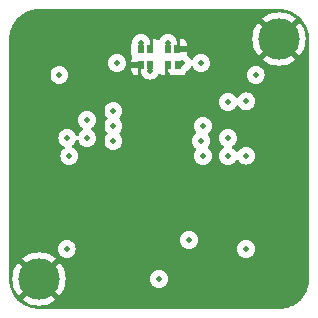
<source format=gbr>
%TF.GenerationSoftware,KiCad,Pcbnew,7.0.9*%
%TF.CreationDate,2023-12-14T21:42:17-08:00*%
%TF.ProjectId,encoder-board,656e636f-6465-4722-9d62-6f6172642e6b,rev?*%
%TF.SameCoordinates,Original*%
%TF.FileFunction,Copper,L4,Bot*%
%TF.FilePolarity,Positive*%
%FSLAX46Y46*%
G04 Gerber Fmt 4.6, Leading zero omitted, Abs format (unit mm)*
G04 Created by KiCad (PCBNEW 7.0.9) date 2023-12-14 21:42:17*
%MOMM*%
%LPD*%
G01*
G04 APERTURE LIST*
%TA.AperFunction,ComponentPad*%
%ADD10C,3.500000*%
%TD*%
%TA.AperFunction,SMDPad,CuDef*%
%ADD11R,0.550013X0.800000*%
%TD*%
%TA.AperFunction,ViaPad*%
%ADD12C,0.500000*%
%TD*%
%TA.AperFunction,Conductor*%
%ADD13C,0.250000*%
%TD*%
G04 APERTURE END LIST*
D10*
%TO.P,H2,1,1*%
%TO.N,GND*%
X27940000Y-48260000D03*
%TD*%
%TO.P,H1,1,1*%
%TO.N,GND*%
X48260000Y-27940000D03*
%TD*%
D11*
%TO.P,U1,1*%
%TO.N,A1*%
X39662102Y-30128973D03*
%TO.P,U1,2*%
%TO.N,GND*%
X38862000Y-30128973D03*
%TO.P,U1,3,A*%
%TO.N,Net-(U1-A)*%
X38862000Y-28799027D03*
%TO.P,U1,4,K*%
%TO.N,GND*%
X39661848Y-28799027D03*
%TD*%
%TO.P,U2,1*%
%TO.N,A2*%
X37338254Y-30128973D03*
%TO.P,U2,2*%
%TO.N,GND*%
X36538152Y-30128973D03*
%TO.P,U2,3,A*%
%TO.N,Net-(U2-A)*%
X36538152Y-28799027D03*
%TO.P,U2,4,K*%
%TO.N,GND*%
X37338000Y-28799027D03*
%TD*%
D12*
%TO.N,GND*%
X45466000Y-43942000D03*
X46990000Y-34798000D03*
X28956000Y-33274000D03*
X35560000Y-44196000D03*
X31650500Y-43923154D03*
X39573200Y-40182800D03*
X35560000Y-45720000D03*
X35560000Y-44958000D03*
X39116000Y-34036000D03*
%TO.N,A2*%
X34544000Y-29972000D03*
X30327600Y-36322000D03*
X37338254Y-30632400D03*
%TO.N,A1*%
X40081200Y-29972000D03*
X45490500Y-33224747D03*
X45490500Y-37817939D03*
X41656000Y-29972000D03*
%TO.N,D2*%
X30504500Y-37846000D03*
X34239200Y-36576000D03*
X38100000Y-48268000D03*
X30276800Y-45720000D03*
%TO.N,D1*%
X45466000Y-45720000D03*
X40640000Y-44958000D03*
X41808400Y-37846000D03*
X43942000Y-37846000D03*
%TO.N,Net-(U3A--)*%
X41656000Y-36576000D03*
X43942000Y-36322000D03*
%TO.N,Net-(U3A-+)*%
X41808400Y-35306000D03*
X43942000Y-33274000D03*
%TO.N,Net-(U3B-+)*%
X34239200Y-34036000D03*
X32004000Y-34798000D03*
%TO.N,Net-(U3B--)*%
X32004000Y-36322000D03*
X34239200Y-35306000D03*
%TO.N,Net-(U1-A)*%
X38862000Y-28244800D03*
X46278800Y-30988000D03*
%TO.N,Net-(U2-A)*%
X29667200Y-30988000D03*
X36576000Y-28244800D03*
%TD*%
D13*
%TO.N,GND*%
X37342573Y-28803600D02*
X37338000Y-28799027D01*
X39666421Y-28803600D02*
X39661848Y-28799027D01*
%TO.N,A2*%
X37338254Y-30632400D02*
X37338254Y-30128973D01*
%TO.N,A1*%
X39924227Y-30128973D02*
X39662102Y-30128973D01*
X40081200Y-29972000D02*
X39924227Y-30128973D01*
%TO.N,Net-(U1-A)*%
X38862000Y-28244800D02*
X38862000Y-28799027D01*
%TO.N,Net-(U2-A)*%
X36538152Y-28282648D02*
X36538152Y-28799027D01*
X36576000Y-28244800D02*
X36538152Y-28282648D01*
%TD*%
%TA.AperFunction,Conductor*%
%TO.N,GND*%
G36*
X48261737Y-25400598D02*
G01*
X48295041Y-25402467D01*
X48375603Y-25406992D01*
X48547691Y-25417401D01*
X48554297Y-25418160D01*
X48625907Y-25430327D01*
X48690343Y-25441277D01*
X48783462Y-25458340D01*
X48839227Y-25468560D01*
X48845198Y-25469963D01*
X48982032Y-25509384D01*
X49122850Y-25553265D01*
X49128092Y-25555164D01*
X49261420Y-25610391D01*
X49394609Y-25670334D01*
X49399147Y-25672605D01*
X49472221Y-25712991D01*
X49526422Y-25742947D01*
X49526439Y-25742956D01*
X49650935Y-25818217D01*
X49654739Y-25820711D01*
X49772726Y-25904427D01*
X49775072Y-25906176D01*
X49870416Y-25980874D01*
X49888332Y-25994910D01*
X49891409Y-25997486D01*
X49999430Y-26094018D01*
X50001957Y-26096408D01*
X50103590Y-26198041D01*
X50105980Y-26200568D01*
X50202512Y-26308589D01*
X50205088Y-26311666D01*
X50293811Y-26424912D01*
X50295571Y-26427272D01*
X50379287Y-26545259D01*
X50381781Y-26549063D01*
X50457043Y-26673560D01*
X50527393Y-26800851D01*
X50529668Y-26805398D01*
X50589609Y-26938581D01*
X50644831Y-27071899D01*
X50646744Y-27077183D01*
X50669633Y-27150634D01*
X50690631Y-27218021D01*
X50730032Y-27354790D01*
X50731440Y-27360781D01*
X50758722Y-27509656D01*
X50781835Y-27645683D01*
X50782599Y-27652330D01*
X50793012Y-27824475D01*
X50799402Y-27938263D01*
X50799500Y-27941741D01*
X50799500Y-48258258D01*
X50799402Y-48261736D01*
X50793012Y-48375524D01*
X50782599Y-48547668D01*
X50781835Y-48554315D01*
X50758722Y-48690343D01*
X50731440Y-48839217D01*
X50730032Y-48845208D01*
X50690625Y-48982001D01*
X50646744Y-49122815D01*
X50644831Y-49128099D01*
X50589609Y-49261418D01*
X50529668Y-49394600D01*
X50527394Y-49399147D01*
X50457043Y-49526439D01*
X50381781Y-49650936D01*
X50379287Y-49654739D01*
X50295571Y-49772726D01*
X50293811Y-49775086D01*
X50205088Y-49888332D01*
X50202512Y-49891409D01*
X50105980Y-49999430D01*
X50103590Y-50001957D01*
X50001957Y-50103590D01*
X49999430Y-50105980D01*
X49891409Y-50202512D01*
X49888332Y-50205088D01*
X49775086Y-50293811D01*
X49772726Y-50295571D01*
X49654739Y-50379287D01*
X49650936Y-50381781D01*
X49526439Y-50457043D01*
X49399147Y-50527394D01*
X49394600Y-50529668D01*
X49261418Y-50589609D01*
X49128099Y-50644831D01*
X49122815Y-50646744D01*
X49005231Y-50683385D01*
X48981990Y-50690627D01*
X48845208Y-50730032D01*
X48839217Y-50731440D01*
X48690343Y-50758722D01*
X48554315Y-50781835D01*
X48547668Y-50782599D01*
X48375524Y-50793012D01*
X48261736Y-50799402D01*
X48258258Y-50799500D01*
X27941742Y-50799500D01*
X27938265Y-50799402D01*
X27824475Y-50793012D01*
X27652330Y-50782599D01*
X27645683Y-50781835D01*
X27509656Y-50758722D01*
X27360781Y-50731440D01*
X27354790Y-50730032D01*
X27218021Y-50690631D01*
X27150634Y-50669633D01*
X27077183Y-50646744D01*
X27071899Y-50644831D01*
X26938581Y-50589609D01*
X26805398Y-50529668D01*
X26800851Y-50527393D01*
X26673560Y-50457043D01*
X26549063Y-50381781D01*
X26545259Y-50379287D01*
X26427272Y-50295571D01*
X26424912Y-50293811D01*
X26311666Y-50205088D01*
X26308589Y-50202512D01*
X26200568Y-50105980D01*
X26198041Y-50103590D01*
X26096408Y-50001957D01*
X26094018Y-49999430D01*
X25997486Y-49891409D01*
X25994910Y-49888332D01*
X25980874Y-49870416D01*
X25906176Y-49775072D01*
X25904427Y-49772726D01*
X25828729Y-49666040D01*
X25820710Y-49654738D01*
X25818217Y-49650935D01*
X25742956Y-49526439D01*
X25672605Y-49399147D01*
X25670330Y-49394600D01*
X25667098Y-49387419D01*
X25610387Y-49261411D01*
X25555371Y-49128592D01*
X25555164Y-49128092D01*
X25553265Y-49122850D01*
X25509375Y-48982001D01*
X25469963Y-48845198D01*
X25468560Y-48839227D01*
X25450172Y-48738884D01*
X25441277Y-48690343D01*
X25425194Y-48595694D01*
X25418160Y-48554297D01*
X25417401Y-48547691D01*
X25406992Y-48375603D01*
X25402626Y-48297867D01*
X25400598Y-48261736D01*
X25400549Y-48260000D01*
X25685172Y-48260000D01*
X25704462Y-48554312D01*
X25704464Y-48554324D01*
X25762001Y-48843584D01*
X25762005Y-48843599D01*
X25856812Y-49122888D01*
X25987258Y-49387406D01*
X25987265Y-49387419D01*
X26151122Y-49632648D01*
X26180406Y-49666039D01*
X27004210Y-48842235D01*
X27104894Y-48983624D01*
X27256932Y-49128592D01*
X27359222Y-49194329D01*
X26533959Y-50019592D01*
X26533959Y-50019593D01*
X26567344Y-50048872D01*
X26567348Y-50048875D01*
X26812580Y-50212734D01*
X26812593Y-50212741D01*
X27077111Y-50343187D01*
X27356400Y-50437994D01*
X27356415Y-50437998D01*
X27645675Y-50495535D01*
X27645687Y-50495537D01*
X27940000Y-50514827D01*
X28234312Y-50495537D01*
X28234324Y-50495535D01*
X28523584Y-50437998D01*
X28523599Y-50437994D01*
X28802888Y-50343187D01*
X29067406Y-50212741D01*
X29067419Y-50212734D01*
X29312650Y-50048877D01*
X29346039Y-50019593D01*
X29346040Y-50019592D01*
X28523306Y-49196859D01*
X28537410Y-49189589D01*
X28702540Y-49059729D01*
X28840110Y-48900965D01*
X28874665Y-48841112D01*
X29699592Y-49666040D01*
X29699593Y-49666039D01*
X29728877Y-49632650D01*
X29892734Y-49387419D01*
X29892741Y-49387406D01*
X30023187Y-49122888D01*
X30117994Y-48843599D01*
X30117998Y-48843584D01*
X30175535Y-48554324D01*
X30175537Y-48554312D01*
X30194303Y-48268002D01*
X37344751Y-48268002D01*
X37363685Y-48436056D01*
X37419545Y-48595694D01*
X37419547Y-48595697D01*
X37509518Y-48738884D01*
X37509523Y-48738890D01*
X37629109Y-48858476D01*
X37629115Y-48858481D01*
X37772302Y-48948452D01*
X37772305Y-48948454D01*
X37772309Y-48948455D01*
X37772310Y-48948456D01*
X37844913Y-48973860D01*
X37931943Y-49004314D01*
X38099997Y-49023249D01*
X38100000Y-49023249D01*
X38100003Y-49023249D01*
X38268056Y-49004314D01*
X38268059Y-49004313D01*
X38427690Y-48948456D01*
X38427692Y-48948454D01*
X38427694Y-48948454D01*
X38427697Y-48948452D01*
X38570884Y-48858481D01*
X38570885Y-48858480D01*
X38570890Y-48858477D01*
X38690477Y-48738890D01*
X38702953Y-48719035D01*
X38780452Y-48595697D01*
X38780454Y-48595694D01*
X38780454Y-48595692D01*
X38780456Y-48595690D01*
X38836313Y-48436059D01*
X38836313Y-48436058D01*
X38836314Y-48436056D01*
X38855249Y-48268002D01*
X38855249Y-48267997D01*
X38836314Y-48099943D01*
X38789336Y-47965687D01*
X38780456Y-47940310D01*
X38780455Y-47940309D01*
X38780454Y-47940305D01*
X38780452Y-47940302D01*
X38690481Y-47797115D01*
X38690476Y-47797109D01*
X38570890Y-47677523D01*
X38570884Y-47677518D01*
X38427697Y-47587547D01*
X38427694Y-47587545D01*
X38268056Y-47531685D01*
X38100003Y-47512751D01*
X38099997Y-47512751D01*
X37931943Y-47531685D01*
X37772305Y-47587545D01*
X37772302Y-47587547D01*
X37629115Y-47677518D01*
X37629109Y-47677523D01*
X37509523Y-47797109D01*
X37509518Y-47797115D01*
X37419547Y-47940302D01*
X37419545Y-47940305D01*
X37363685Y-48099943D01*
X37344751Y-48267997D01*
X37344751Y-48268002D01*
X30194303Y-48268002D01*
X30194827Y-48260000D01*
X30175537Y-47965687D01*
X30175535Y-47965675D01*
X30117998Y-47676415D01*
X30117994Y-47676400D01*
X30023187Y-47397111D01*
X29892741Y-47132593D01*
X29892734Y-47132580D01*
X29728875Y-46887348D01*
X29728872Y-46887344D01*
X29699593Y-46853959D01*
X29699592Y-46853959D01*
X28875788Y-47677763D01*
X28775106Y-47536376D01*
X28623068Y-47391408D01*
X28520777Y-47325669D01*
X29346039Y-46500406D01*
X29312648Y-46471122D01*
X29067419Y-46307265D01*
X29067406Y-46307258D01*
X28802888Y-46176812D01*
X28523599Y-46082005D01*
X28523584Y-46082001D01*
X28234324Y-46024464D01*
X28234312Y-46024462D01*
X27940000Y-46005172D01*
X27645687Y-46024462D01*
X27645675Y-46024464D01*
X27356415Y-46082001D01*
X27356400Y-46082005D01*
X27077111Y-46176812D01*
X26812593Y-46307258D01*
X26812580Y-46307265D01*
X26567350Y-46471123D01*
X26533958Y-46500406D01*
X27356693Y-47323140D01*
X27342590Y-47330411D01*
X27177460Y-47460271D01*
X27039890Y-47619035D01*
X27005334Y-47678886D01*
X26180406Y-46853958D01*
X26151123Y-46887350D01*
X25987265Y-47132580D01*
X25987258Y-47132593D01*
X25856812Y-47397111D01*
X25762005Y-47676400D01*
X25762001Y-47676415D01*
X25704464Y-47965675D01*
X25704462Y-47965687D01*
X25685172Y-48260000D01*
X25400549Y-48260000D01*
X25400500Y-48258259D01*
X25400500Y-45720002D01*
X29521551Y-45720002D01*
X29540485Y-45888056D01*
X29596345Y-46047694D01*
X29596347Y-46047697D01*
X29686318Y-46190884D01*
X29686323Y-46190890D01*
X29805909Y-46310476D01*
X29805915Y-46310481D01*
X29949102Y-46400452D01*
X29949105Y-46400454D01*
X29949109Y-46400455D01*
X29949110Y-46400456D01*
X30021713Y-46425860D01*
X30108743Y-46456314D01*
X30276797Y-46475249D01*
X30276800Y-46475249D01*
X30276803Y-46475249D01*
X30444856Y-46456314D01*
X30444859Y-46456313D01*
X30604490Y-46400456D01*
X30604492Y-46400454D01*
X30604494Y-46400454D01*
X30604497Y-46400452D01*
X30747684Y-46310481D01*
X30747685Y-46310480D01*
X30747690Y-46310477D01*
X30867277Y-46190890D01*
X30876123Y-46176812D01*
X30957252Y-46047697D01*
X30957254Y-46047694D01*
X30957254Y-46047692D01*
X30957256Y-46047690D01*
X31013113Y-45888059D01*
X31013113Y-45888058D01*
X31013114Y-45888056D01*
X31032049Y-45720002D01*
X44710751Y-45720002D01*
X44729685Y-45888056D01*
X44785545Y-46047694D01*
X44785547Y-46047697D01*
X44875518Y-46190884D01*
X44875523Y-46190890D01*
X44995109Y-46310476D01*
X44995115Y-46310481D01*
X45138302Y-46400452D01*
X45138305Y-46400454D01*
X45138309Y-46400455D01*
X45138310Y-46400456D01*
X45210913Y-46425860D01*
X45297943Y-46456314D01*
X45465997Y-46475249D01*
X45466000Y-46475249D01*
X45466003Y-46475249D01*
X45634056Y-46456314D01*
X45634059Y-46456313D01*
X45793690Y-46400456D01*
X45793692Y-46400454D01*
X45793694Y-46400454D01*
X45793697Y-46400452D01*
X45936884Y-46310481D01*
X45936885Y-46310480D01*
X45936890Y-46310477D01*
X46056477Y-46190890D01*
X46065323Y-46176812D01*
X46146452Y-46047697D01*
X46146454Y-46047694D01*
X46146454Y-46047692D01*
X46146456Y-46047690D01*
X46202313Y-45888059D01*
X46202313Y-45888058D01*
X46202314Y-45888056D01*
X46221249Y-45720002D01*
X46221249Y-45719997D01*
X46202314Y-45551943D01*
X46146454Y-45392305D01*
X46146452Y-45392302D01*
X46056481Y-45249115D01*
X46056476Y-45249109D01*
X45936890Y-45129523D01*
X45936884Y-45129518D01*
X45793697Y-45039547D01*
X45793694Y-45039545D01*
X45634056Y-44983685D01*
X45466003Y-44964751D01*
X45465997Y-44964751D01*
X45297943Y-44983685D01*
X45138305Y-45039545D01*
X45138302Y-45039547D01*
X44995115Y-45129518D01*
X44995109Y-45129523D01*
X44875523Y-45249109D01*
X44875518Y-45249115D01*
X44785547Y-45392302D01*
X44785545Y-45392305D01*
X44729685Y-45551943D01*
X44710751Y-45719997D01*
X44710751Y-45720002D01*
X31032049Y-45720002D01*
X31032049Y-45719997D01*
X31013114Y-45551943D01*
X30957254Y-45392305D01*
X30957252Y-45392302D01*
X30867281Y-45249115D01*
X30867276Y-45249109D01*
X30747690Y-45129523D01*
X30747684Y-45129518D01*
X30604497Y-45039547D01*
X30604494Y-45039545D01*
X30444856Y-44983685D01*
X30276803Y-44964751D01*
X30276797Y-44964751D01*
X30108743Y-44983685D01*
X29949105Y-45039545D01*
X29949102Y-45039547D01*
X29805915Y-45129518D01*
X29805909Y-45129523D01*
X29686323Y-45249109D01*
X29686318Y-45249115D01*
X29596347Y-45392302D01*
X29596345Y-45392305D01*
X29540485Y-45551943D01*
X29521551Y-45719997D01*
X29521551Y-45720002D01*
X25400500Y-45720002D01*
X25400500Y-44958002D01*
X39884751Y-44958002D01*
X39903685Y-45126056D01*
X39959545Y-45285694D01*
X39959547Y-45285697D01*
X40049518Y-45428884D01*
X40049523Y-45428890D01*
X40169109Y-45548476D01*
X40169115Y-45548481D01*
X40312302Y-45638452D01*
X40312305Y-45638454D01*
X40312309Y-45638455D01*
X40312310Y-45638456D01*
X40384913Y-45663860D01*
X40471943Y-45694314D01*
X40639997Y-45713249D01*
X40640000Y-45713249D01*
X40640003Y-45713249D01*
X40808056Y-45694314D01*
X40808059Y-45694313D01*
X40967690Y-45638456D01*
X40967692Y-45638454D01*
X40967694Y-45638454D01*
X40967697Y-45638452D01*
X41110884Y-45548481D01*
X41110885Y-45548480D01*
X41110890Y-45548477D01*
X41230477Y-45428890D01*
X41320452Y-45285697D01*
X41320454Y-45285694D01*
X41320454Y-45285692D01*
X41320456Y-45285690D01*
X41376313Y-45126059D01*
X41376313Y-45126058D01*
X41376314Y-45126056D01*
X41395249Y-44958002D01*
X41395249Y-44957997D01*
X41376314Y-44789943D01*
X41320454Y-44630305D01*
X41320452Y-44630302D01*
X41230481Y-44487115D01*
X41230476Y-44487109D01*
X41110890Y-44367523D01*
X41110884Y-44367518D01*
X40967697Y-44277547D01*
X40967694Y-44277545D01*
X40808056Y-44221685D01*
X40640003Y-44202751D01*
X40639997Y-44202751D01*
X40471943Y-44221685D01*
X40312305Y-44277545D01*
X40312302Y-44277547D01*
X40169115Y-44367518D01*
X40169109Y-44367523D01*
X40049523Y-44487109D01*
X40049518Y-44487115D01*
X39959547Y-44630302D01*
X39959545Y-44630305D01*
X39903685Y-44789943D01*
X39884751Y-44957997D01*
X39884751Y-44958002D01*
X25400500Y-44958002D01*
X25400500Y-36322002D01*
X29572351Y-36322002D01*
X29591285Y-36490056D01*
X29647145Y-36649694D01*
X29647147Y-36649697D01*
X29737118Y-36792884D01*
X29737123Y-36792890D01*
X29856709Y-36912476D01*
X29856715Y-36912481D01*
X29999902Y-37002452D01*
X29999910Y-37002456D01*
X30037206Y-37015506D01*
X30093982Y-37056227D01*
X30119731Y-37121179D01*
X30106276Y-37189741D01*
X30062228Y-37237540D01*
X30033611Y-37255522D01*
X30033609Y-37255523D01*
X29914023Y-37375109D01*
X29914018Y-37375115D01*
X29824047Y-37518302D01*
X29824045Y-37518305D01*
X29768185Y-37677943D01*
X29749251Y-37845997D01*
X29749251Y-37846002D01*
X29768185Y-38014056D01*
X29824045Y-38173694D01*
X29824047Y-38173697D01*
X29914018Y-38316884D01*
X29914023Y-38316890D01*
X30033609Y-38436476D01*
X30033615Y-38436481D01*
X30176802Y-38526452D01*
X30176805Y-38526454D01*
X30176809Y-38526455D01*
X30176810Y-38526456D01*
X30249413Y-38551860D01*
X30336443Y-38582314D01*
X30504497Y-38601249D01*
X30504500Y-38601249D01*
X30504503Y-38601249D01*
X30672556Y-38582314D01*
X30672559Y-38582313D01*
X30832190Y-38526456D01*
X30832192Y-38526454D01*
X30832194Y-38526454D01*
X30832197Y-38526452D01*
X30975384Y-38436481D01*
X30975385Y-38436480D01*
X30975390Y-38436477D01*
X31094977Y-38316890D01*
X31184952Y-38173697D01*
X31184954Y-38173694D01*
X31184954Y-38173692D01*
X31184956Y-38173690D01*
X31240813Y-38014059D01*
X31240813Y-38014058D01*
X31240814Y-38014056D01*
X31259749Y-37846002D01*
X31259749Y-37845997D01*
X31240814Y-37677943D01*
X31184954Y-37518305D01*
X31184952Y-37518302D01*
X31094981Y-37375115D01*
X31094976Y-37375109D01*
X30975390Y-37255523D01*
X30975384Y-37255518D01*
X30832197Y-37165547D01*
X30832191Y-37165544D01*
X30794892Y-37152493D01*
X30738116Y-37111771D01*
X30712368Y-37046819D01*
X30725824Y-36978257D01*
X30769875Y-36930457D01*
X30798487Y-36912479D01*
X30798487Y-36912478D01*
X30798490Y-36912477D01*
X30918077Y-36792890D01*
X31008052Y-36649697D01*
X31008054Y-36649694D01*
X31008054Y-36649692D01*
X31008056Y-36649690D01*
X31048758Y-36533368D01*
X31089480Y-36476593D01*
X31154433Y-36450846D01*
X31222994Y-36464302D01*
X31273397Y-36512689D01*
X31282842Y-36533369D01*
X31323545Y-36649694D01*
X31323547Y-36649697D01*
X31413518Y-36792884D01*
X31413523Y-36792890D01*
X31533109Y-36912476D01*
X31533115Y-36912481D01*
X31676302Y-37002452D01*
X31676305Y-37002454D01*
X31676309Y-37002455D01*
X31676310Y-37002456D01*
X31713605Y-37015506D01*
X31835943Y-37058314D01*
X32003997Y-37077249D01*
X32004000Y-37077249D01*
X32004003Y-37077249D01*
X32172056Y-37058314D01*
X32178020Y-37056227D01*
X32331690Y-37002456D01*
X32331692Y-37002454D01*
X32331694Y-37002454D01*
X32331697Y-37002452D01*
X32474884Y-36912481D01*
X32474885Y-36912480D01*
X32474890Y-36912477D01*
X32594477Y-36792890D01*
X32684452Y-36649697D01*
X32684454Y-36649694D01*
X32684454Y-36649692D01*
X32684456Y-36649690D01*
X32710240Y-36576002D01*
X33483951Y-36576002D01*
X33502885Y-36744056D01*
X33558745Y-36903694D01*
X33558747Y-36903697D01*
X33648718Y-37046884D01*
X33648723Y-37046890D01*
X33768309Y-37166476D01*
X33768315Y-37166481D01*
X33911502Y-37256452D01*
X33911505Y-37256454D01*
X33911509Y-37256455D01*
X33911510Y-37256456D01*
X33917632Y-37258598D01*
X34071143Y-37312314D01*
X34239197Y-37331249D01*
X34239200Y-37331249D01*
X34239203Y-37331249D01*
X34407256Y-37312314D01*
X34447280Y-37298309D01*
X34566890Y-37256456D01*
X34566892Y-37256454D01*
X34566894Y-37256454D01*
X34566897Y-37256452D01*
X34710084Y-37166481D01*
X34710085Y-37166480D01*
X34710090Y-37166477D01*
X34829677Y-37046890D01*
X34849397Y-37015506D01*
X34919652Y-36903697D01*
X34919654Y-36903694D01*
X34919654Y-36903692D01*
X34919656Y-36903690D01*
X34975513Y-36744059D01*
X34975513Y-36744058D01*
X34975514Y-36744056D01*
X34994449Y-36576002D01*
X40900751Y-36576002D01*
X40919685Y-36744056D01*
X40975545Y-36903694D01*
X40975547Y-36903697D01*
X41065518Y-37046884D01*
X41065523Y-37046890D01*
X41185110Y-37166477D01*
X41201730Y-37176920D01*
X41248020Y-37229256D01*
X41258667Y-37298309D01*
X41230291Y-37362157D01*
X41223441Y-37369590D01*
X41217927Y-37375104D01*
X41217920Y-37375112D01*
X41127947Y-37518302D01*
X41127945Y-37518305D01*
X41072085Y-37677943D01*
X41053151Y-37845997D01*
X41053151Y-37846002D01*
X41072085Y-38014056D01*
X41127945Y-38173694D01*
X41127947Y-38173697D01*
X41217918Y-38316884D01*
X41217923Y-38316890D01*
X41337509Y-38436476D01*
X41337515Y-38436481D01*
X41480702Y-38526452D01*
X41480705Y-38526454D01*
X41480709Y-38526455D01*
X41480710Y-38526456D01*
X41553313Y-38551860D01*
X41640343Y-38582314D01*
X41808397Y-38601249D01*
X41808400Y-38601249D01*
X41808403Y-38601249D01*
X41976456Y-38582314D01*
X41976459Y-38582313D01*
X42136090Y-38526456D01*
X42136092Y-38526454D01*
X42136094Y-38526454D01*
X42136097Y-38526452D01*
X42279284Y-38436481D01*
X42279285Y-38436480D01*
X42279290Y-38436477D01*
X42398877Y-38316890D01*
X42488852Y-38173697D01*
X42488854Y-38173694D01*
X42488854Y-38173692D01*
X42488856Y-38173690D01*
X42544713Y-38014059D01*
X42544713Y-38014058D01*
X42544714Y-38014056D01*
X42563649Y-37846002D01*
X43186751Y-37846002D01*
X43205685Y-38014056D01*
X43261545Y-38173694D01*
X43261547Y-38173697D01*
X43351518Y-38316884D01*
X43351523Y-38316890D01*
X43471109Y-38436476D01*
X43471115Y-38436481D01*
X43614302Y-38526452D01*
X43614305Y-38526454D01*
X43614309Y-38526455D01*
X43614310Y-38526456D01*
X43686913Y-38551860D01*
X43773943Y-38582314D01*
X43941997Y-38601249D01*
X43942000Y-38601249D01*
X43942003Y-38601249D01*
X44110056Y-38582314D01*
X44110059Y-38582313D01*
X44269690Y-38526456D01*
X44269692Y-38526454D01*
X44269694Y-38526454D01*
X44269697Y-38526452D01*
X44412884Y-38436481D01*
X44412885Y-38436480D01*
X44412890Y-38436477D01*
X44532477Y-38316890D01*
X44620072Y-38177483D01*
X44672407Y-38131193D01*
X44741461Y-38120545D01*
X44805309Y-38148920D01*
X44830060Y-38177484D01*
X44900023Y-38288829D01*
X45019609Y-38408415D01*
X45019615Y-38408420D01*
X45162802Y-38498391D01*
X45162805Y-38498393D01*
X45162809Y-38498394D01*
X45162810Y-38498395D01*
X45235413Y-38523799D01*
X45322443Y-38554253D01*
X45490497Y-38573188D01*
X45490500Y-38573188D01*
X45490503Y-38573188D01*
X45658556Y-38554253D01*
X45658559Y-38554252D01*
X45818190Y-38498395D01*
X45818192Y-38498393D01*
X45818194Y-38498393D01*
X45818197Y-38498391D01*
X45961384Y-38408420D01*
X45961385Y-38408419D01*
X45961390Y-38408416D01*
X46080977Y-38288829D01*
X46153320Y-38173697D01*
X46170952Y-38145636D01*
X46170954Y-38145633D01*
X46170954Y-38145631D01*
X46170956Y-38145629D01*
X46226813Y-37985998D01*
X46226813Y-37985997D01*
X46226814Y-37985995D01*
X46245749Y-37817941D01*
X46245749Y-37817936D01*
X46226814Y-37649882D01*
X46180772Y-37518302D01*
X46170956Y-37490249D01*
X46170955Y-37490248D01*
X46170954Y-37490244D01*
X46170952Y-37490241D01*
X46080981Y-37347054D01*
X46080976Y-37347048D01*
X45961390Y-37227462D01*
X45961384Y-37227457D01*
X45818197Y-37137486D01*
X45818194Y-37137484D01*
X45658556Y-37081624D01*
X45490503Y-37062690D01*
X45490497Y-37062690D01*
X45322443Y-37081624D01*
X45162805Y-37137484D01*
X45162802Y-37137486D01*
X45019615Y-37227457D01*
X45019609Y-37227462D01*
X44900023Y-37347048D01*
X44900021Y-37347051D01*
X44812426Y-37486455D01*
X44760091Y-37532746D01*
X44691037Y-37543393D01*
X44627189Y-37515017D01*
X44602439Y-37486454D01*
X44532476Y-37375109D01*
X44412890Y-37255523D01*
X44384270Y-37237540D01*
X44307009Y-37188993D01*
X44260719Y-37136659D01*
X44250071Y-37067605D01*
X44278446Y-37003757D01*
X44307010Y-36979006D01*
X44308202Y-36978257D01*
X44412890Y-36912477D01*
X44532477Y-36792890D01*
X44622452Y-36649697D01*
X44622454Y-36649694D01*
X44622454Y-36649692D01*
X44622456Y-36649690D01*
X44678313Y-36490059D01*
X44678313Y-36490058D01*
X44678314Y-36490056D01*
X44697249Y-36322002D01*
X44697249Y-36321997D01*
X44678314Y-36153943D01*
X44647860Y-36066913D01*
X44622456Y-35994310D01*
X44622455Y-35994309D01*
X44622454Y-35994305D01*
X44622452Y-35994302D01*
X44532481Y-35851115D01*
X44532476Y-35851109D01*
X44412890Y-35731523D01*
X44412884Y-35731518D01*
X44269697Y-35641547D01*
X44269694Y-35641545D01*
X44110056Y-35585685D01*
X43942003Y-35566751D01*
X43941997Y-35566751D01*
X43773943Y-35585685D01*
X43614305Y-35641545D01*
X43614302Y-35641547D01*
X43471115Y-35731518D01*
X43471109Y-35731523D01*
X43351523Y-35851109D01*
X43351518Y-35851115D01*
X43261547Y-35994302D01*
X43261545Y-35994305D01*
X43205685Y-36153943D01*
X43186751Y-36321997D01*
X43186751Y-36322002D01*
X43205685Y-36490056D01*
X43261545Y-36649694D01*
X43261547Y-36649697D01*
X43351518Y-36792884D01*
X43351523Y-36792890D01*
X43471111Y-36912478D01*
X43576990Y-36979007D01*
X43623280Y-37031342D01*
X43633928Y-37100395D01*
X43605553Y-37164243D01*
X43576990Y-37188993D01*
X43471111Y-37255521D01*
X43351523Y-37375109D01*
X43351518Y-37375115D01*
X43261547Y-37518302D01*
X43261545Y-37518305D01*
X43205685Y-37677943D01*
X43186751Y-37845997D01*
X43186751Y-37846002D01*
X42563649Y-37846002D01*
X42563649Y-37845997D01*
X42544714Y-37677943D01*
X42488854Y-37518305D01*
X42488852Y-37518302D01*
X42398881Y-37375115D01*
X42398876Y-37375109D01*
X42279290Y-37255523D01*
X42279288Y-37255522D01*
X42279286Y-37255521D01*
X42274582Y-37252564D01*
X42262668Y-37245078D01*
X42216378Y-37192742D01*
X42205732Y-37123688D01*
X42234109Y-37059841D01*
X42240966Y-37052401D01*
X42246477Y-37046890D01*
X42246522Y-37046819D01*
X42336456Y-36903690D01*
X42392313Y-36744059D01*
X42392313Y-36744058D01*
X42392314Y-36744056D01*
X42411249Y-36576002D01*
X42411249Y-36575997D01*
X42392314Y-36407943D01*
X42336454Y-36248305D01*
X42336452Y-36248302D01*
X42246481Y-36105115D01*
X42246476Y-36105109D01*
X42240961Y-36099594D01*
X42207476Y-36038271D01*
X42212460Y-35968579D01*
X42254332Y-35912646D01*
X42262657Y-35906927D01*
X42279290Y-35896477D01*
X42398877Y-35776890D01*
X42427383Y-35731523D01*
X42488852Y-35633697D01*
X42488854Y-35633694D01*
X42488854Y-35633692D01*
X42488856Y-35633690D01*
X42544713Y-35474059D01*
X42544713Y-35474058D01*
X42544714Y-35474056D01*
X42563649Y-35306002D01*
X42563649Y-35305997D01*
X42544714Y-35137943D01*
X42488854Y-34978305D01*
X42488852Y-34978302D01*
X42398881Y-34835115D01*
X42398876Y-34835109D01*
X42279290Y-34715523D01*
X42279284Y-34715518D01*
X42136097Y-34625547D01*
X42136094Y-34625545D01*
X41976456Y-34569685D01*
X41808403Y-34550751D01*
X41808397Y-34550751D01*
X41640343Y-34569685D01*
X41480705Y-34625545D01*
X41480702Y-34625547D01*
X41337515Y-34715518D01*
X41337509Y-34715523D01*
X41217923Y-34835109D01*
X41217918Y-34835115D01*
X41127947Y-34978302D01*
X41127945Y-34978305D01*
X41072085Y-35137943D01*
X41053151Y-35305997D01*
X41053151Y-35306002D01*
X41072085Y-35474056D01*
X41127945Y-35633694D01*
X41127947Y-35633697D01*
X41217918Y-35776884D01*
X41217923Y-35776890D01*
X41223438Y-35782405D01*
X41256923Y-35843728D01*
X41251939Y-35913420D01*
X41210067Y-35969353D01*
X41201732Y-35975078D01*
X41185111Y-35985522D01*
X41185109Y-35985523D01*
X41065523Y-36105109D01*
X41065518Y-36105115D01*
X40975547Y-36248302D01*
X40975545Y-36248305D01*
X40919685Y-36407943D01*
X40900751Y-36575997D01*
X40900751Y-36576002D01*
X34994449Y-36576002D01*
X34994449Y-36575997D01*
X34975514Y-36407943D01*
X34919654Y-36248305D01*
X34919652Y-36248302D01*
X34829681Y-36105115D01*
X34829676Y-36105109D01*
X34753248Y-36028681D01*
X34719763Y-35967358D01*
X34724747Y-35897666D01*
X34753248Y-35853319D01*
X34762839Y-35843728D01*
X34829677Y-35776890D01*
X34858183Y-35731523D01*
X34919652Y-35633697D01*
X34919654Y-35633694D01*
X34919654Y-35633692D01*
X34919656Y-35633690D01*
X34975513Y-35474059D01*
X34975513Y-35474058D01*
X34975514Y-35474056D01*
X34994449Y-35306002D01*
X34994449Y-35305997D01*
X34975514Y-35137943D01*
X34919654Y-34978305D01*
X34919652Y-34978302D01*
X34829681Y-34835115D01*
X34829676Y-34835109D01*
X34753248Y-34758681D01*
X34719763Y-34697358D01*
X34724747Y-34627666D01*
X34753248Y-34583319D01*
X34785816Y-34550751D01*
X34829677Y-34506890D01*
X34919652Y-34363697D01*
X34919654Y-34363694D01*
X34919654Y-34363692D01*
X34919656Y-34363690D01*
X34975513Y-34204059D01*
X34975513Y-34204058D01*
X34975514Y-34204056D01*
X34994449Y-34036002D01*
X34994449Y-34035997D01*
X34975514Y-33867943D01*
X34919654Y-33708305D01*
X34919652Y-33708302D01*
X34829681Y-33565115D01*
X34829676Y-33565109D01*
X34710090Y-33445523D01*
X34710084Y-33445518D01*
X34566897Y-33355547D01*
X34566894Y-33355545D01*
X34407256Y-33299685D01*
X34239203Y-33280751D01*
X34239197Y-33280751D01*
X34071143Y-33299685D01*
X33911505Y-33355545D01*
X33911502Y-33355547D01*
X33768315Y-33445518D01*
X33768309Y-33445523D01*
X33648723Y-33565109D01*
X33648718Y-33565115D01*
X33558747Y-33708302D01*
X33558745Y-33708305D01*
X33502885Y-33867943D01*
X33483951Y-34035997D01*
X33483951Y-34036002D01*
X33502885Y-34204056D01*
X33558745Y-34363694D01*
X33558747Y-34363697D01*
X33648718Y-34506884D01*
X33648723Y-34506890D01*
X33725152Y-34583319D01*
X33758637Y-34644642D01*
X33753653Y-34714334D01*
X33725152Y-34758681D01*
X33648723Y-34835109D01*
X33648718Y-34835115D01*
X33558747Y-34978302D01*
X33558745Y-34978305D01*
X33502885Y-35137943D01*
X33483951Y-35305997D01*
X33483951Y-35306002D01*
X33502885Y-35474056D01*
X33558745Y-35633694D01*
X33558747Y-35633697D01*
X33648718Y-35776884D01*
X33648723Y-35776890D01*
X33725152Y-35853319D01*
X33758637Y-35914642D01*
X33753653Y-35984334D01*
X33725152Y-36028681D01*
X33648723Y-36105109D01*
X33648718Y-36105115D01*
X33558747Y-36248302D01*
X33558745Y-36248305D01*
X33502885Y-36407943D01*
X33483951Y-36575997D01*
X33483951Y-36576002D01*
X32710240Y-36576002D01*
X32740313Y-36490059D01*
X32740313Y-36490058D01*
X32740314Y-36490056D01*
X32759249Y-36322002D01*
X32759249Y-36321997D01*
X32740314Y-36153943D01*
X32709860Y-36066913D01*
X32684456Y-35994310D01*
X32684455Y-35994309D01*
X32684454Y-35994305D01*
X32684452Y-35994302D01*
X32594481Y-35851115D01*
X32594476Y-35851109D01*
X32474890Y-35731523D01*
X32369010Y-35664994D01*
X32322719Y-35612659D01*
X32312071Y-35543605D01*
X32340446Y-35479757D01*
X32369010Y-35455006D01*
X32474890Y-35388477D01*
X32594477Y-35268890D01*
X32676757Y-35137943D01*
X32684452Y-35125697D01*
X32684454Y-35125694D01*
X32684454Y-35125692D01*
X32684456Y-35125690D01*
X32740313Y-34966059D01*
X32740313Y-34966058D01*
X32740314Y-34966056D01*
X32759249Y-34798002D01*
X32759249Y-34797997D01*
X32740314Y-34629943D01*
X32684454Y-34470305D01*
X32684452Y-34470302D01*
X32594481Y-34327115D01*
X32594476Y-34327109D01*
X32474890Y-34207523D01*
X32474884Y-34207518D01*
X32331697Y-34117547D01*
X32331694Y-34117545D01*
X32172056Y-34061685D01*
X32004003Y-34042751D01*
X32003997Y-34042751D01*
X31835943Y-34061685D01*
X31676305Y-34117545D01*
X31676302Y-34117547D01*
X31533115Y-34207518D01*
X31533109Y-34207523D01*
X31413523Y-34327109D01*
X31413518Y-34327115D01*
X31323547Y-34470302D01*
X31323545Y-34470305D01*
X31267685Y-34629943D01*
X31248751Y-34797997D01*
X31248751Y-34798002D01*
X31267685Y-34966056D01*
X31323545Y-35125694D01*
X31323547Y-35125697D01*
X31413518Y-35268884D01*
X31413523Y-35268890D01*
X31533111Y-35388478D01*
X31638990Y-35455007D01*
X31685280Y-35507342D01*
X31695928Y-35576395D01*
X31667553Y-35640243D01*
X31638990Y-35664993D01*
X31533111Y-35731521D01*
X31413523Y-35851109D01*
X31413518Y-35851115D01*
X31323547Y-35994302D01*
X31323542Y-35994313D01*
X31282841Y-36110630D01*
X31242120Y-36167406D01*
X31177167Y-36193153D01*
X31108605Y-36179697D01*
X31058203Y-36131309D01*
X31048759Y-36110630D01*
X31008057Y-35994313D01*
X31008052Y-35994302D01*
X30918081Y-35851115D01*
X30918076Y-35851109D01*
X30798490Y-35731523D01*
X30798484Y-35731518D01*
X30655297Y-35641547D01*
X30655294Y-35641545D01*
X30495656Y-35585685D01*
X30327603Y-35566751D01*
X30327597Y-35566751D01*
X30159543Y-35585685D01*
X29999905Y-35641545D01*
X29999902Y-35641547D01*
X29856715Y-35731518D01*
X29856709Y-35731523D01*
X29737123Y-35851109D01*
X29737118Y-35851115D01*
X29647147Y-35994302D01*
X29647145Y-35994305D01*
X29591285Y-36153943D01*
X29572351Y-36321997D01*
X29572351Y-36322002D01*
X25400500Y-36322002D01*
X25400500Y-33274002D01*
X43186751Y-33274002D01*
X43205685Y-33442056D01*
X43261545Y-33601694D01*
X43261547Y-33601697D01*
X43351518Y-33744884D01*
X43351523Y-33744890D01*
X43471109Y-33864476D01*
X43471115Y-33864481D01*
X43614302Y-33954452D01*
X43614305Y-33954454D01*
X43614309Y-33954455D01*
X43614310Y-33954456D01*
X43686913Y-33979860D01*
X43773943Y-34010314D01*
X43941997Y-34029249D01*
X43942000Y-34029249D01*
X43942003Y-34029249D01*
X44110056Y-34010314D01*
X44110059Y-34010313D01*
X44269690Y-33954456D01*
X44269692Y-33954454D01*
X44269694Y-33954454D01*
X44269697Y-33954452D01*
X44412884Y-33864481D01*
X44412885Y-33864480D01*
X44412890Y-33864477D01*
X44532477Y-33744890D01*
X44563425Y-33695637D01*
X44626162Y-33595794D01*
X44628620Y-33597338D01*
X44666659Y-33555135D01*
X44734070Y-33536764D01*
X44800712Y-33557754D01*
X44836641Y-33594767D01*
X44900021Y-33695635D01*
X45019609Y-33815223D01*
X45019615Y-33815228D01*
X45162802Y-33905199D01*
X45162805Y-33905201D01*
X45162809Y-33905202D01*
X45162810Y-33905203D01*
X45235413Y-33930607D01*
X45322443Y-33961061D01*
X45490497Y-33979996D01*
X45490500Y-33979996D01*
X45490503Y-33979996D01*
X45658556Y-33961061D01*
X45677438Y-33954454D01*
X45818190Y-33905203D01*
X45818192Y-33905201D01*
X45818194Y-33905201D01*
X45818197Y-33905199D01*
X45961384Y-33815228D01*
X45961385Y-33815227D01*
X45961390Y-33815224D01*
X46080977Y-33695637D01*
X46143713Y-33595794D01*
X46170952Y-33552444D01*
X46170954Y-33552441D01*
X46170954Y-33552439D01*
X46170956Y-33552437D01*
X46226813Y-33392806D01*
X46226813Y-33392805D01*
X46226814Y-33392803D01*
X46245749Y-33224749D01*
X46245749Y-33224744D01*
X46226814Y-33056690D01*
X46188190Y-32946310D01*
X46170956Y-32897057D01*
X46170955Y-32897056D01*
X46170954Y-32897052D01*
X46170952Y-32897049D01*
X46080981Y-32753862D01*
X46080976Y-32753856D01*
X45961390Y-32634270D01*
X45961384Y-32634265D01*
X45818197Y-32544294D01*
X45818194Y-32544292D01*
X45658556Y-32488432D01*
X45490503Y-32469498D01*
X45490497Y-32469498D01*
X45322443Y-32488432D01*
X45162805Y-32544292D01*
X45162802Y-32544294D01*
X45019615Y-32634265D01*
X45019609Y-32634270D01*
X44900023Y-32753856D01*
X44900018Y-32753862D01*
X44806338Y-32902953D01*
X44803900Y-32901421D01*
X44765716Y-32943687D01*
X44698284Y-32961979D01*
X44631666Y-32940911D01*
X44595858Y-32903978D01*
X44532481Y-32803115D01*
X44532476Y-32803109D01*
X44412890Y-32683523D01*
X44412884Y-32683518D01*
X44269697Y-32593547D01*
X44269694Y-32593545D01*
X44110056Y-32537685D01*
X43942003Y-32518751D01*
X43941997Y-32518751D01*
X43773943Y-32537685D01*
X43614305Y-32593545D01*
X43614302Y-32593547D01*
X43471115Y-32683518D01*
X43471109Y-32683523D01*
X43351523Y-32803109D01*
X43351518Y-32803115D01*
X43261547Y-32946302D01*
X43261545Y-32946305D01*
X43205685Y-33105943D01*
X43186751Y-33273997D01*
X43186751Y-33274002D01*
X25400500Y-33274002D01*
X25400500Y-30988002D01*
X28911951Y-30988002D01*
X28930885Y-31156056D01*
X28986745Y-31315694D01*
X28986747Y-31315697D01*
X29076718Y-31458884D01*
X29076723Y-31458890D01*
X29196309Y-31578476D01*
X29196315Y-31578481D01*
X29339502Y-31668452D01*
X29339505Y-31668454D01*
X29339509Y-31668455D01*
X29339510Y-31668456D01*
X29412113Y-31693860D01*
X29499143Y-31724314D01*
X29667197Y-31743249D01*
X29667200Y-31743249D01*
X29667203Y-31743249D01*
X29835256Y-31724314D01*
X29835259Y-31724313D01*
X29994890Y-31668456D01*
X29994892Y-31668454D01*
X29994894Y-31668454D01*
X29994897Y-31668452D01*
X30138084Y-31578481D01*
X30138085Y-31578480D01*
X30138090Y-31578477D01*
X30257677Y-31458890D01*
X30314339Y-31368714D01*
X30347652Y-31315697D01*
X30347654Y-31315694D01*
X30347654Y-31315692D01*
X30347656Y-31315690D01*
X30403513Y-31156059D01*
X30403513Y-31156058D01*
X30403514Y-31156056D01*
X30422449Y-30988002D01*
X30422449Y-30987997D01*
X30403514Y-30819943D01*
X30347654Y-30660305D01*
X30347652Y-30660302D01*
X30257681Y-30517115D01*
X30257676Y-30517109D01*
X30138090Y-30397523D01*
X30138084Y-30397518D01*
X29994897Y-30307547D01*
X29994894Y-30307545D01*
X29835256Y-30251685D01*
X29667203Y-30232751D01*
X29667197Y-30232751D01*
X29499143Y-30251685D01*
X29339505Y-30307545D01*
X29339502Y-30307547D01*
X29196315Y-30397518D01*
X29196309Y-30397523D01*
X29076723Y-30517109D01*
X29076718Y-30517115D01*
X28986747Y-30660302D01*
X28986745Y-30660305D01*
X28930885Y-30819943D01*
X28911951Y-30987997D01*
X28911951Y-30988002D01*
X25400500Y-30988002D01*
X25400500Y-29972002D01*
X33788751Y-29972002D01*
X33807685Y-30140056D01*
X33863545Y-30299694D01*
X33863547Y-30299697D01*
X33953518Y-30442884D01*
X33953523Y-30442890D01*
X34073109Y-30562476D01*
X34073115Y-30562481D01*
X34216302Y-30652452D01*
X34216305Y-30652454D01*
X34216309Y-30652455D01*
X34216310Y-30652456D01*
X34238756Y-30660310D01*
X34375943Y-30708314D01*
X34543997Y-30727249D01*
X34544000Y-30727249D01*
X34544003Y-30727249D01*
X34712056Y-30708314D01*
X34717037Y-30706571D01*
X34871690Y-30652456D01*
X34871692Y-30652454D01*
X34871694Y-30652454D01*
X34871697Y-30652452D01*
X35014884Y-30562481D01*
X35014888Y-30562478D01*
X35014890Y-30562477D01*
X35134477Y-30442890D01*
X35162983Y-30397523D01*
X35174639Y-30378973D01*
X35763145Y-30378973D01*
X35763145Y-30576817D01*
X35769546Y-30636345D01*
X35769548Y-30636352D01*
X35819790Y-30771059D01*
X35819794Y-30771066D01*
X35905954Y-30886160D01*
X35905957Y-30886163D01*
X36021051Y-30972323D01*
X36021058Y-30972327D01*
X36155765Y-31022569D01*
X36155772Y-31022571D01*
X36215300Y-31028972D01*
X36215317Y-31028973D01*
X36288152Y-31028973D01*
X36288152Y-30378973D01*
X35763145Y-30378973D01*
X35174639Y-30378973D01*
X35224452Y-30299697D01*
X35224454Y-30299694D01*
X35224454Y-30299692D01*
X35224456Y-30299690D01*
X35280313Y-30140059D01*
X35280313Y-30140058D01*
X35280314Y-30140056D01*
X35299249Y-29972002D01*
X35299249Y-29971997D01*
X35280314Y-29803943D01*
X35241740Y-29693704D01*
X35224456Y-29644310D01*
X35224455Y-29644309D01*
X35224454Y-29644305D01*
X35224452Y-29644302D01*
X35134481Y-29501115D01*
X35134476Y-29501109D01*
X35014890Y-29381523D01*
X35014884Y-29381518D01*
X34871697Y-29291547D01*
X34871694Y-29291545D01*
X34744098Y-29246897D01*
X35762645Y-29246897D01*
X35762646Y-29246903D01*
X35769053Y-29306510D01*
X35811898Y-29421382D01*
X35816882Y-29491074D01*
X35811898Y-29508048D01*
X35769548Y-29621593D01*
X35769546Y-29621600D01*
X35763145Y-29681128D01*
X35763145Y-29878973D01*
X36438747Y-29878973D01*
X36505786Y-29898658D01*
X36551541Y-29951462D01*
X36562747Y-30002973D01*
X36562747Y-30576843D01*
X36562748Y-30576849D01*
X36569155Y-30636456D01*
X36584323Y-30677123D01*
X36591361Y-30706571D01*
X36601939Y-30800453D01*
X36657798Y-30960092D01*
X36657801Y-30960097D01*
X36747772Y-31103284D01*
X36747777Y-31103290D01*
X36867363Y-31222876D01*
X36867369Y-31222881D01*
X37010556Y-31312852D01*
X37010559Y-31312854D01*
X37010563Y-31312855D01*
X37010564Y-31312856D01*
X37083167Y-31338260D01*
X37170197Y-31368714D01*
X37338251Y-31387649D01*
X37338254Y-31387649D01*
X37338257Y-31387649D01*
X37506310Y-31368714D01*
X37506313Y-31368713D01*
X37665944Y-31312856D01*
X37665946Y-31312854D01*
X37665948Y-31312854D01*
X37665951Y-31312852D01*
X37809138Y-31222881D01*
X37809139Y-31222880D01*
X37809144Y-31222877D01*
X37928731Y-31103290D01*
X37975428Y-31028973D01*
X38018706Y-30960097D01*
X38018707Y-30960093D01*
X38018710Y-30960090D01*
X38027412Y-30935221D01*
X38068133Y-30878444D01*
X38133085Y-30852696D01*
X38201647Y-30866152D01*
X38222349Y-30881322D01*
X38222705Y-30880848D01*
X38344899Y-30972323D01*
X38344906Y-30972327D01*
X38479613Y-31022569D01*
X38479620Y-31022571D01*
X38539148Y-31028972D01*
X38539165Y-31028973D01*
X38612000Y-31028973D01*
X38612000Y-30002973D01*
X38631685Y-29935934D01*
X38684489Y-29890179D01*
X38736000Y-29878973D01*
X38762595Y-29878973D01*
X38829634Y-29898658D01*
X38875389Y-29951462D01*
X38886595Y-30002973D01*
X38886595Y-30576843D01*
X38886596Y-30576849D01*
X38893003Y-30636456D01*
X38943297Y-30771301D01*
X38943298Y-30771302D01*
X38943299Y-30771304D01*
X39029547Y-30886516D01*
X39029546Y-30886516D01*
X39029547Y-30886517D01*
X39029549Y-30886519D01*
X39062313Y-30911046D01*
X39104181Y-30966975D01*
X39112000Y-31010310D01*
X39112000Y-31028973D01*
X39184835Y-31028973D01*
X39184849Y-31028972D01*
X39246447Y-31022349D01*
X39272959Y-31022348D01*
X39279608Y-31023062D01*
X39279612Y-31023064D01*
X39339222Y-31029473D01*
X39984981Y-31029472D01*
X40044592Y-31023064D01*
X40138598Y-30988002D01*
X45523551Y-30988002D01*
X45542485Y-31156056D01*
X45598345Y-31315694D01*
X45598347Y-31315697D01*
X45688318Y-31458884D01*
X45688323Y-31458890D01*
X45807909Y-31578476D01*
X45807915Y-31578481D01*
X45951102Y-31668452D01*
X45951105Y-31668454D01*
X45951109Y-31668455D01*
X45951110Y-31668456D01*
X46023713Y-31693860D01*
X46110743Y-31724314D01*
X46278797Y-31743249D01*
X46278800Y-31743249D01*
X46278803Y-31743249D01*
X46446856Y-31724314D01*
X46446859Y-31724313D01*
X46606490Y-31668456D01*
X46606492Y-31668454D01*
X46606494Y-31668454D01*
X46606497Y-31668452D01*
X46749684Y-31578481D01*
X46749685Y-31578480D01*
X46749690Y-31578477D01*
X46869277Y-31458890D01*
X46925939Y-31368714D01*
X46959252Y-31315697D01*
X46959254Y-31315694D01*
X46959254Y-31315692D01*
X46959256Y-31315690D01*
X47015113Y-31156059D01*
X47015113Y-31156058D01*
X47015114Y-31156056D01*
X47034049Y-30988002D01*
X47034049Y-30987997D01*
X47015114Y-30819943D01*
X46959254Y-30660305D01*
X46959252Y-30660302D01*
X46869281Y-30517115D01*
X46869276Y-30517109D01*
X46749690Y-30397523D01*
X46749684Y-30397518D01*
X46606497Y-30307547D01*
X46606494Y-30307545D01*
X46446856Y-30251685D01*
X46278803Y-30232751D01*
X46278797Y-30232751D01*
X46110743Y-30251685D01*
X45951105Y-30307545D01*
X45951102Y-30307547D01*
X45807915Y-30397518D01*
X45807909Y-30397523D01*
X45688323Y-30517109D01*
X45688318Y-30517115D01*
X45598347Y-30660302D01*
X45598345Y-30660305D01*
X45542485Y-30819943D01*
X45523551Y-30987997D01*
X45523551Y-30988002D01*
X40138598Y-30988002D01*
X40179440Y-30972769D01*
X40294655Y-30886519D01*
X40380905Y-30771304D01*
X40415565Y-30678371D01*
X40457435Y-30622439D01*
X40465766Y-30616717D01*
X40552090Y-30562477D01*
X40671677Y-30442890D01*
X40671681Y-30442884D01*
X40763607Y-30296587D01*
X40815941Y-30250296D01*
X40884995Y-30239648D01*
X40948843Y-30268023D01*
X40973593Y-30296587D01*
X41065518Y-30442884D01*
X41065523Y-30442890D01*
X41185109Y-30562476D01*
X41185115Y-30562481D01*
X41328302Y-30652452D01*
X41328305Y-30652454D01*
X41328309Y-30652455D01*
X41328310Y-30652456D01*
X41350756Y-30660310D01*
X41487943Y-30708314D01*
X41655997Y-30727249D01*
X41656000Y-30727249D01*
X41656003Y-30727249D01*
X41824056Y-30708314D01*
X41829037Y-30706571D01*
X41983690Y-30652456D01*
X41983692Y-30652454D01*
X41983694Y-30652454D01*
X41983697Y-30652452D01*
X42126884Y-30562481D01*
X42126888Y-30562478D01*
X42126890Y-30562477D01*
X42246477Y-30442890D01*
X42274983Y-30397523D01*
X42336452Y-30299697D01*
X42336454Y-30299694D01*
X42336454Y-30299692D01*
X42336456Y-30299690D01*
X42392313Y-30140059D01*
X42392313Y-30140058D01*
X42392314Y-30140056D01*
X42411249Y-29972002D01*
X42411249Y-29971997D01*
X42392314Y-29803943D01*
X42353740Y-29693704D01*
X42336456Y-29644310D01*
X42336455Y-29644309D01*
X42336454Y-29644305D01*
X42336452Y-29644302D01*
X42246481Y-29501115D01*
X42246476Y-29501109D01*
X42126890Y-29381523D01*
X42126884Y-29381518D01*
X41983697Y-29291547D01*
X41983694Y-29291545D01*
X41824056Y-29235685D01*
X41656003Y-29216751D01*
X41655997Y-29216751D01*
X41487943Y-29235685D01*
X41328305Y-29291545D01*
X41328302Y-29291547D01*
X41185115Y-29381518D01*
X41185109Y-29381523D01*
X41065521Y-29501111D01*
X40973593Y-29647413D01*
X40921258Y-29693704D01*
X40852205Y-29704351D01*
X40788357Y-29675976D01*
X40763607Y-29647413D01*
X40671678Y-29501111D01*
X40552086Y-29381519D01*
X40494882Y-29345575D01*
X40448591Y-29293240D01*
X40436855Y-29240582D01*
X40436855Y-29049027D01*
X39761506Y-29049027D01*
X39694467Y-29029342D01*
X39648712Y-28976538D01*
X39637506Y-28925027D01*
X39637506Y-28351156D01*
X39637505Y-28351150D01*
X39637504Y-28351143D01*
X39631098Y-28291544D01*
X39624131Y-28272864D01*
X39617093Y-28243414D01*
X39598314Y-28076744D01*
X39568863Y-27992578D01*
X39542456Y-27917110D01*
X39542455Y-27917109D01*
X39542454Y-27917105D01*
X39542452Y-27917102D01*
X39531095Y-27899027D01*
X39911848Y-27899027D01*
X39911848Y-28549027D01*
X40436855Y-28549027D01*
X40436855Y-28351199D01*
X40436854Y-28351182D01*
X40430453Y-28291654D01*
X40430451Y-28291647D01*
X40380209Y-28156940D01*
X40380205Y-28156933D01*
X40294045Y-28041839D01*
X40294042Y-28041836D01*
X40178948Y-27955676D01*
X40178941Y-27955672D01*
X40136922Y-27940000D01*
X46005172Y-27940000D01*
X46024462Y-28234312D01*
X46024464Y-28234324D01*
X46082001Y-28523584D01*
X46082005Y-28523599D01*
X46176812Y-28802888D01*
X46307258Y-29067406D01*
X46307265Y-29067419D01*
X46471122Y-29312648D01*
X46500406Y-29346039D01*
X47324210Y-28522235D01*
X47424894Y-28663624D01*
X47576932Y-28808592D01*
X47679222Y-28874329D01*
X46853959Y-29699592D01*
X46853959Y-29699593D01*
X46887344Y-29728872D01*
X46887348Y-29728875D01*
X47132580Y-29892734D01*
X47132593Y-29892741D01*
X47397111Y-30023187D01*
X47676400Y-30117994D01*
X47676415Y-30117998D01*
X47965675Y-30175535D01*
X47965687Y-30175537D01*
X48260000Y-30194827D01*
X48554312Y-30175537D01*
X48554324Y-30175535D01*
X48843584Y-30117998D01*
X48843599Y-30117994D01*
X49122888Y-30023187D01*
X49387406Y-29892741D01*
X49387419Y-29892734D01*
X49632650Y-29728877D01*
X49666039Y-29699593D01*
X49666040Y-29699592D01*
X48843306Y-28876859D01*
X48857410Y-28869589D01*
X49022540Y-28739729D01*
X49160110Y-28580965D01*
X49194665Y-28521112D01*
X50019592Y-29346040D01*
X50019593Y-29346039D01*
X50048877Y-29312650D01*
X50212734Y-29067419D01*
X50212741Y-29067406D01*
X50343187Y-28802888D01*
X50437994Y-28523599D01*
X50437998Y-28523584D01*
X50495535Y-28234324D01*
X50495537Y-28234312D01*
X50514827Y-27940000D01*
X50495537Y-27645682D01*
X50495535Y-27645675D01*
X50437998Y-27356415D01*
X50437994Y-27356400D01*
X50343187Y-27077111D01*
X50212741Y-26812593D01*
X50212734Y-26812580D01*
X50048875Y-26567348D01*
X50048872Y-26567344D01*
X50019593Y-26533959D01*
X50019592Y-26533959D01*
X49195788Y-27357763D01*
X49095106Y-27216376D01*
X48943068Y-27071408D01*
X48840777Y-27005669D01*
X49666039Y-26180406D01*
X49632648Y-26151122D01*
X49387419Y-25987265D01*
X49387406Y-25987258D01*
X49122888Y-25856812D01*
X48843599Y-25762005D01*
X48843584Y-25762001D01*
X48554324Y-25704464D01*
X48554312Y-25704462D01*
X48260000Y-25685172D01*
X47965687Y-25704462D01*
X47965675Y-25704464D01*
X47676415Y-25762001D01*
X47676400Y-25762005D01*
X47397111Y-25856812D01*
X47132593Y-25987258D01*
X47132580Y-25987265D01*
X46887350Y-26151123D01*
X46853958Y-26180406D01*
X47676693Y-27003140D01*
X47662590Y-27010411D01*
X47497460Y-27140271D01*
X47359890Y-27299035D01*
X47325334Y-27358886D01*
X46500406Y-26533958D01*
X46471123Y-26567350D01*
X46307265Y-26812580D01*
X46307258Y-26812593D01*
X46176812Y-27077111D01*
X46082005Y-27356400D01*
X46082001Y-27356415D01*
X46024464Y-27645675D01*
X46024463Y-27645682D01*
X46005172Y-27940000D01*
X40136922Y-27940000D01*
X40044234Y-27905430D01*
X40044227Y-27905428D01*
X39984699Y-27899027D01*
X39911848Y-27899027D01*
X39531095Y-27899027D01*
X39452481Y-27773915D01*
X39452476Y-27773909D01*
X39332890Y-27654323D01*
X39332884Y-27654318D01*
X39189697Y-27564347D01*
X39189694Y-27564345D01*
X39030056Y-27508485D01*
X38862003Y-27489551D01*
X38861997Y-27489551D01*
X38693943Y-27508485D01*
X38534305Y-27564345D01*
X38534302Y-27564347D01*
X38391115Y-27654318D01*
X38391109Y-27654323D01*
X38271523Y-27773909D01*
X38271518Y-27773915D01*
X38181547Y-27917102D01*
X38181543Y-27917111D01*
X38158976Y-27981602D01*
X38118254Y-28038378D01*
X38053301Y-28064124D01*
X37984739Y-28050667D01*
X37967624Y-28039912D01*
X37855100Y-27955676D01*
X37855093Y-27955672D01*
X37720386Y-27905430D01*
X37720379Y-27905428D01*
X37660851Y-27899027D01*
X37588000Y-27899027D01*
X37588000Y-28925027D01*
X37568315Y-28992066D01*
X37515511Y-29037821D01*
X37464000Y-29049027D01*
X37437658Y-29049027D01*
X37370619Y-29029342D01*
X37324864Y-28976538D01*
X37313658Y-28925027D01*
X37313658Y-28404403D01*
X37314047Y-28397464D01*
X37331249Y-28244800D01*
X37330069Y-28234324D01*
X37312314Y-28076743D01*
X37264640Y-27940500D01*
X37256456Y-27917110D01*
X37256455Y-27917109D01*
X37256454Y-27917105D01*
X37256452Y-27917102D01*
X37166481Y-27773915D01*
X37166476Y-27773909D01*
X37046890Y-27654323D01*
X37046884Y-27654318D01*
X36903697Y-27564347D01*
X36903694Y-27564345D01*
X36744056Y-27508485D01*
X36576003Y-27489551D01*
X36575997Y-27489551D01*
X36407943Y-27508485D01*
X36248305Y-27564345D01*
X36248302Y-27564347D01*
X36105115Y-27654318D01*
X36105109Y-27654323D01*
X35985523Y-27773909D01*
X35985518Y-27773915D01*
X35895547Y-27917102D01*
X35895544Y-27917107D01*
X35839687Y-28076741D01*
X35836348Y-28106372D01*
X35821965Y-28151904D01*
X35819349Y-28156695D01*
X35769053Y-28291544D01*
X35762646Y-28351143D01*
X35762646Y-28351150D01*
X35762645Y-28351162D01*
X35762645Y-29246897D01*
X34744098Y-29246897D01*
X34712056Y-29235685D01*
X34544003Y-29216751D01*
X34543997Y-29216751D01*
X34375943Y-29235685D01*
X34216305Y-29291545D01*
X34216302Y-29291547D01*
X34073115Y-29381518D01*
X34073109Y-29381523D01*
X33953523Y-29501109D01*
X33953518Y-29501115D01*
X33863547Y-29644302D01*
X33863545Y-29644305D01*
X33807685Y-29803943D01*
X33788751Y-29971997D01*
X33788751Y-29972002D01*
X25400500Y-29972002D01*
X25400500Y-27941740D01*
X25400598Y-27938263D01*
X25402441Y-27905430D01*
X25406995Y-27824333D01*
X25417401Y-27652304D01*
X25418160Y-27645706D01*
X25440576Y-27513780D01*
X25441277Y-27509656D01*
X25453432Y-27443324D01*
X25468562Y-27360763D01*
X25469961Y-27354810D01*
X25509387Y-27217956D01*
X25553270Y-27077135D01*
X25555158Y-27071921D01*
X25610397Y-26938565D01*
X25670343Y-26805370D01*
X25672599Y-26800861D01*
X25742958Y-26673557D01*
X25818228Y-26549044D01*
X25820693Y-26545286D01*
X25904461Y-26427226D01*
X25906145Y-26424967D01*
X25994932Y-26311638D01*
X25997472Y-26308605D01*
X26094052Y-26200531D01*
X26096373Y-26198077D01*
X26198077Y-26096373D01*
X26200531Y-26094052D01*
X26308605Y-25997472D01*
X26311638Y-25994932D01*
X26424967Y-25906145D01*
X26427226Y-25904461D01*
X26545286Y-25820693D01*
X26549044Y-25818228D01*
X26673561Y-25742956D01*
X26800861Y-25672599D01*
X26805370Y-25670343D01*
X26938565Y-25610397D01*
X27071921Y-25555158D01*
X27077135Y-25553270D01*
X27217956Y-25509387D01*
X27354810Y-25469961D01*
X27360763Y-25468562D01*
X27443324Y-25453432D01*
X27509656Y-25441277D01*
X27557941Y-25433072D01*
X27645706Y-25418160D01*
X27652304Y-25417401D01*
X27824333Y-25406995D01*
X27910782Y-25402140D01*
X27938263Y-25400598D01*
X27941740Y-25400500D01*
X48258260Y-25400500D01*
X48261737Y-25400598D01*
G37*
%TD.AperFunction*%
%TD*%
M02*

</source>
